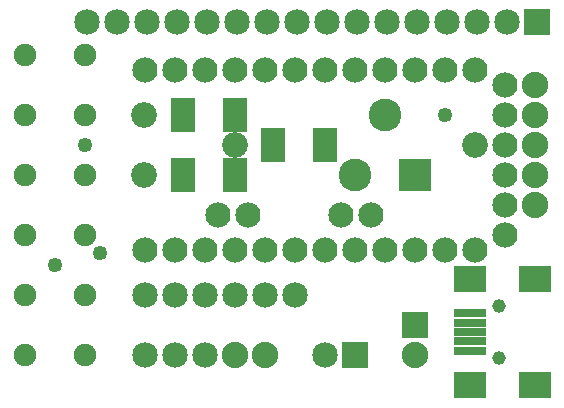
<source format=gts>
G04 MADE WITH FRITZING*
G04 WWW.FRITZING.ORG*
G04 DOUBLE SIDED*
G04 HOLES PLATED*
G04 CONTOUR ON CENTER OF CONTOUR VECTOR*
%ASAXBY*%
%FSLAX23Y23*%
%MOIN*%
%OFA0B0*%
%SFA1.0B1.0*%
%ADD10C,0.085000*%
%ADD11C,0.075418*%
%ADD12C,0.049370*%
%ADD13C,0.088000*%
%ADD14C,0.085433*%
%ADD15C,0.109000*%
%ADD16C,0.084000*%
%ADD17C,0.045433*%
%ADD18R,0.085000X0.085000*%
%ADD19R,0.088000X0.088000*%
%ADD20R,0.109000X0.109000*%
%ADD21R,0.080866X0.116299*%
%ADD22R,0.108425X0.029685*%
%ADD23R,0.108425X0.088740*%
%LNMASK1*%
G90*
G70*
G54D10*
X476Y152D03*
X576Y152D03*
X676Y152D03*
X476Y352D03*
X576Y352D03*
X676Y352D03*
X776Y352D03*
X876Y352D03*
X976Y352D03*
X1176Y152D03*
X1076Y152D03*
G54D11*
X276Y152D03*
X76Y152D03*
X276Y352D03*
X76Y352D03*
X276Y952D03*
X76Y952D03*
X276Y1152D03*
X76Y1152D03*
X276Y552D03*
X76Y552D03*
X276Y752D03*
X76Y752D03*
G54D12*
X326Y491D03*
X176Y451D03*
G54D13*
X1376Y252D03*
X1376Y152D03*
X1376Y252D03*
X1376Y152D03*
G54D14*
X776Y852D03*
X475Y752D03*
X475Y952D03*
G54D12*
X276Y852D03*
G54D13*
X1776Y1052D03*
X1776Y952D03*
X1776Y852D03*
X1776Y752D03*
X1776Y652D03*
X1776Y1052D03*
X1776Y952D03*
X1776Y852D03*
X1776Y752D03*
X1776Y652D03*
G54D15*
X1176Y752D03*
X1376Y752D03*
X1276Y952D03*
X1176Y752D03*
X1376Y752D03*
X1276Y952D03*
G54D16*
X1676Y552D03*
X1676Y652D03*
X1676Y752D03*
X1676Y852D03*
X1676Y952D03*
X1676Y1052D03*
X1131Y617D03*
X1231Y617D03*
X721Y617D03*
X821Y617D03*
X1576Y502D03*
X1476Y502D03*
X1376Y502D03*
X1276Y502D03*
X1176Y502D03*
X1076Y502D03*
X976Y502D03*
X876Y502D03*
X776Y502D03*
X676Y502D03*
X576Y502D03*
X476Y502D03*
X476Y1102D03*
X576Y1102D03*
X676Y1102D03*
X776Y1102D03*
X876Y1102D03*
X976Y1102D03*
X1076Y1102D03*
X1176Y1102D03*
X1276Y1102D03*
X1376Y1102D03*
X1476Y1102D03*
X1576Y1102D03*
G54D14*
X1577Y851D03*
G54D17*
X1658Y142D03*
X1658Y315D03*
X1658Y142D03*
X1658Y315D03*
G54D10*
X1782Y1262D03*
X1682Y1262D03*
X1582Y1262D03*
X1482Y1262D03*
X1382Y1262D03*
X1282Y1262D03*
X1182Y1262D03*
X1082Y1262D03*
X982Y1262D03*
X882Y1262D03*
X782Y1262D03*
X682Y1262D03*
X582Y1262D03*
X482Y1262D03*
X382Y1262D03*
X282Y1262D03*
X1782Y1262D03*
X1682Y1262D03*
X1582Y1262D03*
X1482Y1262D03*
X1382Y1262D03*
X1282Y1262D03*
X1182Y1262D03*
X1082Y1262D03*
X982Y1262D03*
X882Y1262D03*
X782Y1262D03*
X682Y1262D03*
X582Y1262D03*
X482Y1262D03*
X382Y1262D03*
X282Y1262D03*
G54D12*
X1476Y951D03*
G54D13*
X876Y152D03*
X776Y152D03*
G54D18*
X1176Y152D03*
G54D19*
X1376Y252D03*
X1376Y252D03*
G54D20*
X1376Y752D03*
X1376Y752D03*
G54D21*
X602Y952D03*
X776Y952D03*
X902Y852D03*
X1076Y852D03*
X602Y752D03*
X776Y752D03*
G54D22*
X1559Y229D03*
X1559Y197D03*
X1559Y292D03*
X1559Y260D03*
G54D23*
X1776Y406D03*
X1776Y52D03*
X1559Y406D03*
X1559Y52D03*
G54D22*
X1559Y166D03*
G54D18*
X1782Y1262D03*
X1782Y1262D03*
G04 End of Mask1*
M02*
</source>
